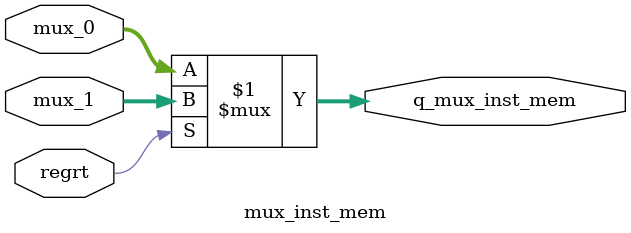
<source format=v>
`timescale 1ns / 1ps


module mux_inst_mem(
    input regrt,
    input[4:0] mux_0,
    input[4:0] mux_1,
    output[4:0] q_mux_inst_mem
    );

    assign q_mux_inst_mem = regrt? mux_1 : mux_0;

endmodule

</source>
